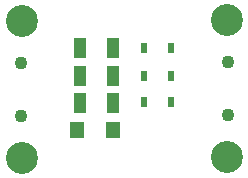
<source format=gtp>
G04 MADE WITH FRITZING*
G04 WWW.FRITZING.ORG*
G04 DOUBLE SIDED*
G04 HOLES PLATED*
G04 CONTOUR ON CENTER OF CONTOUR VECTOR*
%ASAXBY*%
%FSLAX23Y23*%
%MOIN*%
%OFA0B0*%
%SFA1.0B1.0*%
%ADD10C,0.106614*%
%ADD11C,0.043307*%
%ADD12R,0.039370X0.070866*%
%ADD13R,0.024803X0.032677*%
%ADD14R,0.047244X0.055118*%
%LNPASTEMASK1*%
G90*
G70*
G54D10*
X136Y78D03*
X136Y534D03*
G54D11*
X132Y394D03*
X132Y217D03*
G54D10*
X136Y78D03*
X136Y534D03*
G54D11*
X132Y394D03*
X132Y217D03*
G54D10*
X818Y537D03*
X818Y80D03*
G54D11*
X822Y220D03*
X822Y397D03*
G54D10*
X818Y537D03*
X818Y80D03*
G54D11*
X822Y220D03*
X822Y397D03*
G54D12*
X328Y260D03*
X438Y260D03*
X328Y350D03*
X438Y350D03*
X328Y443D03*
X438Y443D03*
G54D13*
X634Y263D03*
X544Y263D03*
X634Y350D03*
X544Y350D03*
G54D14*
X439Y170D03*
X320Y170D03*
G54D13*
X634Y443D03*
X544Y443D03*
G04 End of PasteMask1*
M02*
</source>
